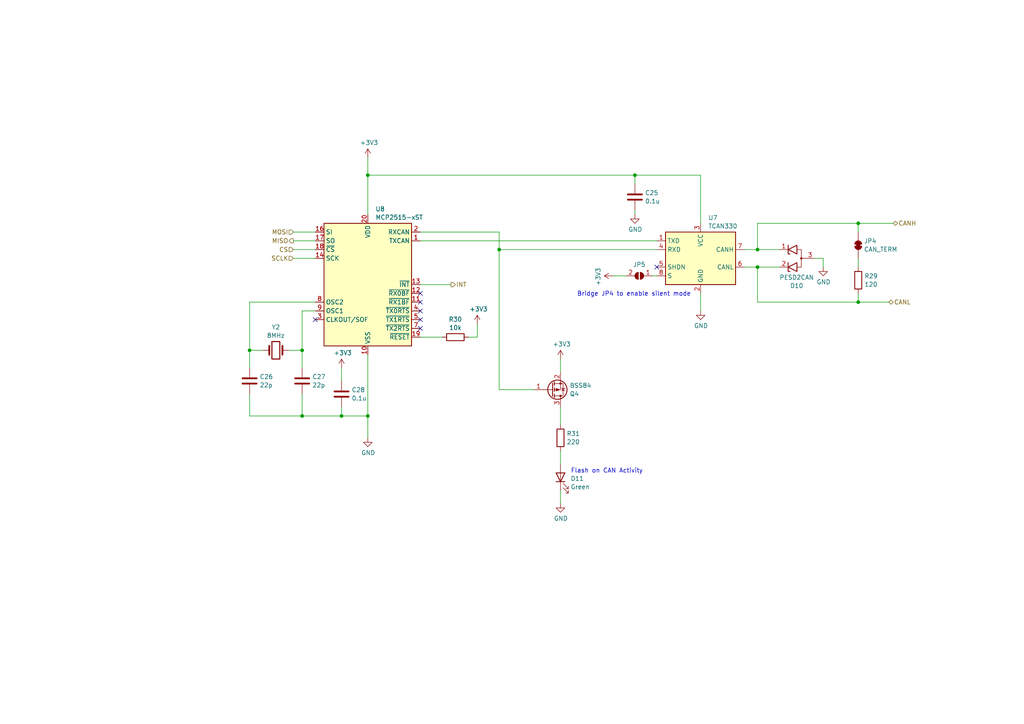
<source format=kicad_sch>
(kicad_sch (version 20231120) (generator "eeschema") (generator_version "8.0")
  (paper "A4")
  (title_block (title "PiDash HAT") (date "2024-04-06") (rev "A") (company "DMS"))
  (lib_symbols
    (symbol "Custom:PESD2CAN" (pin_names hide)
      (property "Reference" "D" (at 0 5.08 0))
      (property "Value" "PESD2CAN" (at 0 -5.08 0))
      (symbol "PESD2CAN_0_1"
        (polyline (pts (xy -2.54 0) (xy -1.27 0)))
        (polyline (pts (xy -1.27 2.54) (xy -1.27 -2.54)))
        (polyline (pts (xy 0 2.54) (xy -1.27 2.54)) (stroke (width 0.1524)))
        (polyline (pts (xy 2.54 3.81) (xy 2.54 1.27) (xy 2.032 1.27)) (stroke (width 0.254)))
        (polyline (pts (xy 0 1.27) (xy 0 3.81) (xy 2.54 2.54) (xy 0 1.27)) (stroke (width 0.254)))
        (pin passive line (at -5.08 0 0) (length 2.54) (name "A") (number "3"))
      )
      (symbol "PESD2CAN_1_1"
        (circle (center -1.27 0) (radius 0.254) (fill (type outline)))
        (polyline (pts (xy 0 -2.54) (xy -1.27 -2.54)) (stroke (width 0.1524)))
        (polyline (pts (xy 2.54 -1.27) (xy 2.54 -3.81) (xy 2.032 -3.81)) (stroke (width 0.254)))
        (polyline (pts (xy 0 -3.81) (xy 0 -1.27) (xy 2.54 -2.54) (xy 0 -3.81)) (stroke (width 0.254)))
        (pin passive line (at 5.08 2.54 180) (length 2.54) (name "K1") (number "1"))
        (pin passive line (at 5.08 -2.54 180) (length 2.54) (name "K2") (number "2"))
      )
    )
    (symbol "Device:C" (pin_numbers hide) (pin_names (offset 0.254))
      (property "Reference" "C" (at 0.635 2.54 0))
      (property "Value" "C" (at 0.635 -2.54 0))
      (symbol "C_0_1"
        (polyline (pts (xy -2.032 -0.762) (xy 2.032 -0.762)) (stroke (width 0.508)))
        (polyline (pts (xy -2.032 0.762) (xy 2.032 0.762)) (stroke (width 0.508)))
      )
      (symbol "C_1_1"
        (pin passive line (at 0 3.81 270) (length 2.794) (name "~") (number "1"))
        (pin passive line (at 0 -3.81 90) (length 2.794) (name "~") (number "2"))
      )
    )
    (symbol "Device:Crystal" (pin_numbers hide) (pin_names (offset 1.016) hide)
      (property "Reference" "Y" (at 0 3.81 0))
      (property "Value" "Crystal" (at 0 -3.81 0))
      (symbol "Crystal_0_1"
        (rectangle (start -1.143 2.54) (end 1.143 -2.54) (stroke (width 0.3048)))
        (polyline (pts (xy -2.54 0) (xy -1.905 0)))
        (polyline (pts (xy -1.905 -1.27) (xy -1.905 1.27)) (stroke (width 0.508)))
        (polyline (pts (xy 1.905 -1.27) (xy 1.905 1.27)) (stroke (width 0.508)))
        (polyline (pts (xy 2.54 0) (xy 1.905 0)))
      )
      (symbol "Crystal_1_1"
        (pin passive line (at -3.81 0 0) (length 1.27) (name "1") (number "1"))
        (pin passive line (at 3.81 0 180) (length 1.27) (name "2") (number "2"))
      )
    )
    (symbol "Device:LED" (pin_numbers hide) (pin_names (offset 1.016) hide)
      (property "Reference" "D" (at 0 2.54 0))
      (property "Value" "LED" (at 0 -2.54 0))
      (symbol "LED_0_1"
        (polyline (pts (xy -1.27 -1.27) (xy -1.27 1.27)) (stroke (width 0.254)))
        (polyline (pts (xy -1.27 0) (xy 1.27 0)))
        (polyline (pts (xy 1.27 -1.27) (xy 1.27 1.27) (xy -1.27 0) (xy 1.27 -1.27)) (stroke (width 0.254)))
        (polyline (pts (xy -3.048 -0.762) (xy -4.572 -2.286) (xy -3.81 -2.286) (xy -4.572 -2.286) (xy -4.572 -1.524)))
        (polyline (pts (xy -1.778 -0.762) (xy -3.302 -2.286) (xy -2.54 -2.286) (xy -3.302 -2.286) (xy -3.302 -1.524)))
      )
      (symbol "LED_1_1"
        (pin passive line (at -3.81 0 0) (length 2.54) (name "K") (number "1"))
        (pin passive line (at 3.81 0 180) (length 2.54) (name "A") (number "2"))
      )
    )
    (symbol "Device:R" (pin_numbers hide) (pin_names (offset 0))
      (property "Reference" "R" (at 2.032 0 90))
      (property "Value" "R" (at 0 0 90))
      (symbol "R_0_1"
        (rectangle (start -1.016 -2.54) (end 1.016 2.54) (stroke (width 0.254)))
      )
      (symbol "R_1_1"
        (pin passive line (at 0 3.81 270) (length 1.27) (name "~") (number "1"))
        (pin passive line (at 0 -3.81 90) (length 1.27) (name "~") (number "2"))
      )
    )
    (symbol "Interface_CAN_LIN:MCP2515-xST"
      (property "Reference" "U" (at -10.16 19.685 0))
      (property "Value" "MCP2515-xST" (at 19.05 20.32 0))
      (symbol "MCP2515-xST_0_1"
        (rectangle (start -12.7 17.78) (end 12.7 -17.78) (stroke (width 0.254)) (fill (type background)))
      )
      (symbol "MCP2515-xST_1_1"
        (pin output line (at 15.24 12.7 180) (length 2.54) (name "TXCAN") (number "1"))
        (pin power_in line (at 0 -20.32 90) (length 2.54) (name "VSS") (number "10"))
        (pin output line (at 15.24 -5.08 180) (length 2.54) (name "~{RX1BF}") (number "11"))
        (pin output line (at 15.24 -2.54 180) (length 2.54) (name "~{RX0BF}") (number "12"))
        (pin output line (at 15.24 0 180) (length 2.54) (name "~{INT}") (number "13"))
        (pin input line (at -15.24 7.62 0) (length 2.54) (name "SCK") (number "14"))
        (pin no_connect line (at -12.7 -2.54 0) (length 2.54) hide (name "NC") (number "15"))
        (pin input line (at -15.24 15.24 0) (length 2.54) (name "SI") (number "16"))
        (pin output line (at -15.24 12.7 0) (length 2.54) (name "SO") (number "17"))
        (pin input line (at -15.24 10.16 0) (length 2.54) (name "~{CS}") (number "18"))
        (pin input line (at 15.24 -15.24 180) (length 2.54) (name "~{RESET}") (number "19"))
        (pin input line (at 15.24 15.24 180) (length 2.54) (name "RXCAN") (number "2"))
        (pin power_in line (at 0 20.32 270) (length 2.54) (name "VDD") (number "20"))
        (pin output line (at -15.24 -10.16 0) (length 2.54) (name "CLKOUT/SOF") (number "3"))
        (pin input line (at 15.24 -7.62 180) (length 2.54) (name "~{TX0RTS}") (number "4"))
        (pin input line (at 15.24 -10.16 180) (length 2.54) (name "~{TX1RTS}") (number "5"))
        (pin no_connect line (at -12.7 0 0) (length 2.54) hide (name "NC") (number "6"))
        (pin input line (at 15.24 -12.7 180) (length 2.54) (name "~{TX2RTS}") (number "7"))
        (pin output line (at -15.24 -5.08 0) (length 2.54) (name "OSC2") (number "8"))
        (pin input line (at -15.24 -7.62 0) (length 2.54) (name "OSC1") (number "9"))
      )
    )
    (symbol "Interface_CAN_LIN:TCAN330"
      (property "Reference" "U" (at -10.16 8.89 0))
      (property "Value" "TCAN330" (at 2.54 8.89 0))
      (symbol "TCAN330_0_1"
        (rectangle (start -10.16 7.62) (end 10.16 -7.62) (stroke (width 0.254)) (fill (type background)))
      )
      (symbol "TCAN330_1_1"
        (pin input line (at -12.7 5.08 0) (length 2.54) (name "TXD") (number "1"))
        (pin power_in line (at 0 -10.16 90) (length 2.54) (name "GND") (number "2"))
        (pin power_in line (at 0 10.16 270) (length 2.54) (name "VCC") (number "3"))
        (pin tri_state line (at -12.7 2.54 0) (length 2.54) (name "RXD") (number "4"))
        (pin input line (at -12.7 -2.54 0) (length 2.54) (name "SHDN") (number "5"))
        (pin bidirectional line (at 12.7 -2.54 180) (length 2.54) (name "CANL") (number "6"))
        (pin bidirectional line (at 12.7 2.54 180) (length 2.54) (name "CANH") (number "7"))
        (pin input line (at -12.7 -5.08 0) (length 2.54) (name "S") (number "8"))
      )
    )
    (symbol "Jumper:SolderJumper_2_Bridged" (pin_numbers hide) (pin_names (offset 0) hide) (exclude_from_sim yes) (in_bom no)
      (property "Reference" "JP" (at 0 2.032 0))
      (property "Value" "SolderJumper_2_Bridged" (at 0 -2.54 0))
      (symbol "SolderJumper_2_Bridged_0_1"
        (rectangle (start -0.508 0.508) (end 0.508 -0.508) (fill (type outline)))
        (arc (start -0.254 1.016) (mid -1.2656 0) (end -0.254 -1.016))
        (arc (start -0.254 1.016) (mid -1.2656 0) (end -0.254 -1.016) (fill (type outline)))
        (polyline (pts (xy -0.254 1.016) (xy -0.254 -1.016)))
        (polyline (pts (xy 0.254 1.016) (xy 0.254 -1.016)))
        (arc (start 0.254 -1.016) (mid 1.2656 0) (end 0.254 1.016))
        (arc (start 0.254 -1.016) (mid 1.2656 0) (end 0.254 1.016) (fill (type outline)))
      )
      (symbol "SolderJumper_2_Bridged_1_1"
        (pin passive line (at -3.81 0 0) (length 2.54) (name "A") (number "1"))
        (pin passive line (at 3.81 0 180) (length 2.54) (name "B") (number "2"))
      )
    )
    (symbol "Jumper:SolderJumper_2_Open" (pin_names (offset 0) hide)
      (property "Reference" "JP" (at 0 2.032 0))
      (property "Value" "SolderJumper_2_Open" (at 0 -2.54 0))
      (symbol "SolderJumper_2_Open_0_1"
        (arc (start -0.254 1.016) (mid -1.2656 0) (end -0.254 -1.016))
        (arc (start -0.254 1.016) (mid -1.2656 0) (end -0.254 -1.016) (fill (type outline)))
        (polyline (pts (xy -0.254 1.016) (xy -0.254 -1.016)))
        (polyline (pts (xy 0.254 1.016) (xy 0.254 -1.016)))
        (arc (start 0.254 -1.016) (mid 1.2656 0) (end 0.254 1.016))
        (arc (start 0.254 -1.016) (mid 1.2656 0) (end 0.254 1.016) (fill (type outline)))
      )
      (symbol "SolderJumper_2_Open_1_1"
        (pin passive line (at -3.81 0 0) (length 2.54) (name "A") (number "1"))
        (pin passive line (at 3.81 0 180) (length 2.54) (name "B") (number "2"))
      )
    )
    (symbol "Transistor_FET:BSS84" (pin_names hide)
      (property "Reference" "Q" (at 5.08 1.905 0))
      (property "Value" "BSS84" (at 5.08 0 0))
      (symbol "BSS84_0_1"
        (polyline (pts (xy 0.254 0) (xy -2.54 0)))
        (polyline (pts (xy 0.254 1.905) (xy 0.254 -1.905)) (stroke (width 0.254)))
        (polyline (pts (xy 0.762 -1.27) (xy 0.762 -2.286)) (stroke (width 0.254)))
        (polyline (pts (xy 0.762 0.508) (xy 0.762 -0.508)) (stroke (width 0.254)))
        (polyline (pts (xy 0.762 2.286) (xy 0.762 1.27)) (stroke (width 0.254)))
        (polyline (pts (xy 2.54 2.54) (xy 2.54 1.778)))
        (polyline (pts (xy 2.54 -2.54) (xy 2.54 0) (xy 0.762 0)))
        (polyline (pts (xy 0.762 1.778) (xy 3.302 1.778) (xy 3.302 -1.778) (xy 0.762 -1.778)))
        (polyline (pts (xy 2.286 0) (xy 1.27 0.381) (xy 1.27 -0.381) (xy 2.286 0)) (fill (type outline)))
        (polyline (pts (xy 2.794 -0.508) (xy 2.921 -0.381) (xy 3.683 -0.381) (xy 3.81 -0.254)))
        (polyline (pts (xy 3.302 -0.381) (xy 2.921 0.254) (xy 3.683 0.254) (xy 3.302 -0.381)))
        (circle (center 1.651 0) (radius 2.794) (stroke (width 0.254)))
        (circle (center 2.54 -1.778) (radius 0.254) (fill (type outline)))
        (circle (center 2.54 1.778) (radius 0.254) (fill (type outline)))
      )
      (symbol "BSS84_1_1"
        (pin input line (at -5.08 0 0) (length 2.54) (name "G") (number "1"))
        (pin passive line (at 2.54 -5.08 90) (length 2.54) (name "S") (number "2"))
        (pin passive line (at 2.54 5.08 270) (length 2.54) (name "D") (number "3"))
      )
    )
    (symbol "power:+3.3V" (power) (pin_names (offset 0))
      (property "Value" "+3.3V" (at 0 3.556 0))
      (symbol "+3.3V_0_1"
        (polyline (pts (xy -0.762 1.27) (xy 0 2.54)))
        (polyline (pts (xy 0 0) (xy 0 2.54)))
        (polyline (pts (xy 0 2.54) (xy 0.762 1.27)))
      )
      (symbol "+3.3V_1_1"
        (pin power_in line (at 0 0 90) (length 0) hide (name "+3V3") (number "1"))
      )
    )
    (symbol "power:GND" (power) (pin_names (offset 0))
      (property "Value" "GND" (at 0 -3.81 0))
      (symbol "GND_0_1"
        (polyline (pts (xy 0 0) (xy 0 -1.27) (xy 1.27 -1.27) (xy 0 -2.54) (xy -1.27 -1.27) (xy 0 -1.27)))
      )
      (symbol "GND_1_1"
        (pin power_in line (at 0 0 270) (length 0) hide (name "GND") (number "1"))
      )
    )
  )
  (junction (at 248.92 87.63))
  (junction (at 87.63 120.65))
  (junction (at 99.06 120.65))
  (junction (at 106.68 50.8))
  (junction (at 248.92 64.77))
  (junction (at 72.39 101.6))
  (junction (at 219.71 72.39))
  (junction (at 219.71 77.47))
  (junction (at 184.15 50.8))
  (junction (at 144.78 72.39))
  (junction (at 87.63 101.6))
  (junction (at 106.68 120.65))
  (no_connect (at 121.92 85.09))
  (no_connect (at 121.92 90.17))
  (no_connect (at 121.92 92.71))
  (no_connect (at 121.92 87.63))
  (no_connect (at 190.5 77.47))
  (no_connect (at 91.44 92.71))
  (no_connect (at 121.92 95.25))
  (wire (pts (xy 144.78 72.39) (xy 144.78 67.31)))
  (wire (pts (xy 83.82 101.6) (xy 87.63 101.6)))
  (wire (pts (xy 121.92 67.31) (xy 144.78 67.31)))
  (wire (pts (xy 85.09 69.85) (xy 91.44 69.85)))
  (wire (pts (xy 87.63 120.65) (xy 87.63 114.3)))
  (wire (pts (xy 85.09 67.31) (xy 91.44 67.31)))
  (wire (pts (xy 236.22 74.93) (xy 238.76 74.93)))
  (wire (pts (xy 99.06 120.65) (xy 99.06 118.11)))
  (wire (pts (xy 162.56 104.14) (xy 162.56 107.95)))
  (wire (pts (xy 203.2 85.09) (xy 203.2 90.17)))
  (wire (pts (xy 138.43 97.79) (xy 135.89 97.79)))
  (wire (pts (xy 106.68 50.8) (xy 106.68 62.23)))
  (wire (pts (xy 72.39 101.6) (xy 76.2 101.6)))
  (wire (pts (xy 87.63 101.6) (xy 87.63 106.68)))
  (wire (pts (xy 87.63 90.17) (xy 87.63 101.6)))
  (wire (pts (xy 99.06 120.65) (xy 106.68 120.65)))
  (wire (pts (xy 106.68 102.87) (xy 106.68 120.65)))
  (wire (pts (xy 72.39 87.63) (xy 91.44 87.63)))
  (wire (pts (xy 219.71 72.39) (xy 219.71 64.77)))
  (wire (pts (xy 154.94 113.03) (xy 144.78 113.03)))
  (wire (pts (xy 138.43 93.98) (xy 138.43 97.79)))
  (wire (pts (xy 248.92 85.09) (xy 248.92 87.63)))
  (wire (pts (xy 162.56 118.11) (xy 162.56 123.19)))
  (wire (pts (xy 91.44 90.17) (xy 87.63 90.17)))
  (wire (pts (xy 121.92 97.79) (xy 128.27 97.79)))
  (wire (pts (xy 238.76 74.93) (xy 238.76 77.47)))
  (wire (pts (xy 184.15 50.8) (xy 184.15 53.34)))
  (wire (pts (xy 121.92 82.55) (xy 130.81 82.55)))
  (wire (pts (xy 219.71 72.39) (xy 226.06 72.39)))
  (wire (pts (xy 162.56 142.24) (xy 162.56 146.05)))
  (wire (pts (xy 203.2 50.8) (xy 203.2 64.77)))
  (wire (pts (xy 99.06 106.68) (xy 99.06 110.49)))
  (wire (pts (xy 189.23 80.01) (xy 190.5 80.01)))
  (wire (pts (xy 121.92 69.85) (xy 190.5 69.85)))
  (wire (pts (xy 219.71 87.63) (xy 248.92 87.63)))
  (wire (pts (xy 248.92 64.77) (xy 259.08 64.77)))
  (wire (pts (xy 144.78 72.39) (xy 190.5 72.39)))
  (wire (pts (xy 219.71 77.47) (xy 226.06 77.47)))
  (wire (pts (xy 184.15 50.8) (xy 203.2 50.8)))
  (wire (pts (xy 87.63 120.65) (xy 99.06 120.65)))
  (wire (pts (xy 248.92 74.93) (xy 248.92 77.47)))
  (wire (pts (xy 177.8 80.01) (xy 181.61 80.01)))
  (wire (pts (xy 219.71 77.47) (xy 219.71 87.63)))
  (wire (pts (xy 106.68 50.8) (xy 184.15 50.8)))
  (wire (pts (xy 144.78 113.03) (xy 144.78 72.39)))
  (wire (pts (xy 72.39 114.3) (xy 72.39 120.65)))
  (wire (pts (xy 162.56 130.81) (xy 162.56 134.62)))
  (wire (pts (xy 215.9 72.39) (xy 219.71 72.39)))
  (wire (pts (xy 72.39 106.68) (xy 72.39 101.6)))
  (wire (pts (xy 248.92 87.63) (xy 257.81 87.63)))
  (wire (pts (xy 72.39 120.65) (xy 87.63 120.65)))
  (wire (pts (xy 72.39 101.6) (xy 72.39 87.63)))
  (wire (pts (xy 184.15 60.96) (xy 184.15 62.23)))
  (wire (pts (xy 248.92 64.77) (xy 248.92 67.31)))
  (wire (pts (xy 85.09 72.39) (xy 91.44 72.39)))
  (wire (pts (xy 219.71 64.77) (xy 248.92 64.77)))
  (wire (pts (xy 106.68 45.72) (xy 106.68 50.8)))
  (wire (pts (xy 106.68 120.65) (xy 106.68 127)))
  (wire (pts (xy 85.09 74.93) (xy 91.44 74.93)))
  (wire (pts (xy 215.9 77.47) (xy 219.71 77.47)))
  (text "Flash on CAN Activity" (at 176.022 136.652 0) (effects (font (size 1.27 1.27))))
  (text "Bridge JP4 to enable silent mode" (at 183.896 85.344 0) (effects (font (size 1.27 1.27))))
  (hierarchical_label "MOSI" (shape input) (at 85.09 67.31 180))
  (hierarchical_label "INT" (shape output) (at 130.81 82.55 0))
  (hierarchical_label "CANH" (shape bidirectional) (at 259.08 64.77 0))
  (hierarchical_label "CANL" (shape bidirectional) (at 257.81 87.63 0))
  (hierarchical_label "SCLK" (shape input) (at 85.09 74.93 180))
  (hierarchical_label "CS" (shape input) (at 85.09 72.39 180))
  (hierarchical_label "MISO" (shape output) (at 85.09 69.85 180))
  (symbol (lib_id "Interface_CAN_LIN:MCP2515-xST") (at 106.68 82.55 0) (unit 1)
    (property "Reference" "U8" (at 108.8741 60.6255 0) (effects (justify left)))
    (property "Value" "MCP2515-xST" (at 108.8741 63.0498 0) (effects (justify left)))
    (property "Footprint" "Package_DFN_QFN:QFN-20-1EP_4x4mm_P0.5mm_EP2.7x2.7mm" (effects (hide yes)))
    (property "Datasheet" "http://ww1.microchip.com/downloads/en/DeviceDoc/21801e.pdf" (effects (hide yes)))
    (property "Description" "Stand-Alone CAN Controller with SPI Interface, TSSOP-20" (effects (hide yes)))
    (property "Mfg Part Number" "MCP2515-I/ML" (effects (hide yes)))
  )
  (symbol (lib_id "power:+3.3V") (at 138.43 93.98 0) (unit 1)
    (property "Reference" "#PWR036" (effects (hide yes)))
    (property "Value" "+3V3" (at 138.7983 89.6556 0))
  )
  (symbol (lib_id "Device:C") (at 184.15 57.15 0) (unit 1)
    (property "Reference" "C25" (at 187.071 55.9378 0) (effects (justify left)))
    (property "Value" "0.1u" (at 187.071 58.3621 0) (effects (justify left)))
    (property "Footprint" "Capacitor_SMD:C_0603_1608Metric" (effects (hide yes)))
    (property "Description" "Unpolarized capacitor" (effects (hide yes)))
    (property "Mfg Part Number" "CGA3E2X8R1E104K080AA" (effects (hide yes)))
  )
  (symbol (lib_id "Device:R") (at 162.56 127 0) (unit 1)
    (property "Reference" "R31" (at 164.338 125.7878 0) (effects (justify left)))
    (property "Value" "220" (at 164.338 128.2121 0) (effects (justify left)))
    (property "Footprint" "Resistor_SMD:R_0603_1608Metric" (effects (hide yes)))
    (property "Description" "Resistor" (effects (hide yes)))
  )
  (symbol (lib_id "power:GND") (at 184.15 62.23 0) (unit 1)
    (property "Reference" "#PWR032" (effects (hide yes)))
    (property "Value" "GND" (at 184.2643 66.5544 0))
  )
  (symbol (lib_id "Device:R") (at 248.92 81.28 0) (unit 1)
    (property "Reference" "R29" (at 250.698 80.0678 0) (effects (justify left)))
    (property "Value" "120" (at 250.698 82.4921 0) (effects (justify left)))
    (property "Footprint" "Resistor_SMD:R_0603_1608Metric" (effects (hide yes)))
    (property "Description" "Resistor" (effects (hide yes)))
  )
  (symbol (lib_id "Device:LED") (at 162.56 138.43 90) (unit 1)
    (property "Reference" "D11" (at 165.481 138.8053 90) (effects (justify right)))
    (property "Value" "Green" (at 165.481 141.2296 90) (effects (justify right)))
    (property "Footprint" "LED_SMD:LED_0603_1608Metric" (effects (hide yes)))
    (property "Description" "Light emitting diode" (effects (hide yes)))
    (property "Mfg Part Number" " HSMG-C190" (effects (hide yes)))
  )
  (symbol (lib_id "Device:C") (at 99.06 114.3 0) (unit 1)
    (property "Reference" "C28" (at 101.981 113.0878 0) (effects (justify left)))
    (property "Value" "0.1u" (at 101.981 115.5121 0) (effects (justify left)))
    (property "Footprint" "Capacitor_SMD:C_0603_1608Metric" (effects (hide yes)))
    (property "Description" "Unpolarized capacitor" (effects (hide yes)))
    (property "Mfg Part Number" "CGA3E2X8R1E104K080AA" (effects (hide yes)))
  )
  (symbol (lib_id "Jumper:SolderJumper_2_Bridged") (at 248.92 71.12 90) (unit 1) (exclude_from_sim yes) (in_bom no)
    (property "Reference" "JP4" (at 250.571 69.9078 90) (effects (justify right)))
    (property "Value" "CAN_TERM" (at 250.571 72.3321 90) (effects (justify right)))
    (property "Footprint" "Jumper:SolderJumper-2_P1.3mm_Bridged_RoundedPad1.0x1.5mm" (effects (hide yes)))
    (property "Description" "Solder Jumper, 2-pole, closed/bridged" (effects (hide yes)))
    (property "Mfg Part Number" "--" (effects (hide yes)))
  )
  (symbol (lib_id "Device:Crystal") (at 80.01 101.6 0) (unit 1)
    (property "Reference" "Y2" (at 80.01 94.8901 0))
    (property "Value" "8MHz" (at 80.01 97.3144 0))
    (property "Footprint" "Crystal:Crystal_SMD_3225-4Pin_3.2x2.5mm" (effects (hide yes)))
    (property "Description" "Two pin crystal" (effects (hide yes)))
    (property "Mfg Part Number" "FL0800008Q" (effects (hide yes)))
  )
  (symbol (lib_id "Jumper:SolderJumper_2_Open") (at 185.42 80.01 180) (unit 1)
    (property "Reference" "JP5" (at 185.42 76.727 0))
    (property "Value" "CAN_SILENT" (effects (hide yes)))
    (property "Footprint" "Jumper:SolderJumper-2_P1.3mm_Open_RoundedPad1.0x1.5mm" (effects (hide yes)))
    (property "Mfg Part Number" "--" (effects (hide yes)))
  )
  (symbol (lib_id "power:+3.3V") (at 106.68 45.72 0) (unit 1)
    (property "Reference" "#PWR031" (effects (hide yes)))
    (property "Value" "+3V3" (at 107.0483 41.3956 0))
  )
  (symbol (lib_id "Device:C") (at 72.39 110.49 0) (unit 1)
    (property "Reference" "C26" (at 75.311 109.2778 0) (effects (justify left)))
    (property "Value" "22p" (at 75.311 111.7021 0) (effects (justify left)))
    (property "Footprint" "Capacitor_SMD:C_0603_1608Metric" (effects (hide yes)))
    (property "Description" "Unpolarized capacitor" (effects (hide yes)))
    (property "Mfg Part Number" "VJ0603A220KXAAC" (effects (hide yes)))
  )
  (symbol (lib_id "Custom:PESD2CAN") (at 231.14 74.93 0) (mirror y) (unit 1)
    (property "Reference" "D10" (at 231.0765 82.8845 0))
    (property "Value" "PESD2CAN" (at 231.0765 80.4602 0))
    (property "Footprint" "Package_TO_SOT_SMD:SOT-23" (effects (hide yes)))
    (property "Description" "Low capacitance unidirectional dual ESD protection diode, SC-75" (effects (hide yes)))
    (property "Mfg Part Number" "PESD2CANFD36VT-QR" (effects (hide yes)))
  )
  (symbol (lib_id "Interface_CAN_LIN:TCAN330") (at 203.2 74.93 0) (unit 1)
    (property "Reference" "U7" (at 205.3941 63.1655 0) (effects (justify left)))
    (property "Value" "TCAN330" (at 205.3941 65.5898 0) (effects (justify left)))
    (property "Footprint" "Package_TO_SOT_SMD:SOT-23-8" (effects (hide yes)))
    (property "Datasheet" "http://www.ti.com/lit/ds/symlink/tcan337.pdf" (effects (hide yes)))
    (property "Description" "High-Speed CAN Transceiver, 1Mbps, 3.3V supply, silent mode, shutdown mode, SOT-23-8/SOIC-8" (effects (hide yes)))
    (property "Mfg Part Number" "TCAN330DCNR" (effects (hide yes)))
  )
  (symbol (lib_id "Transistor_FET:BSS84") (at 160.02 113.03 0) (mirror x) (unit 1)
    (property "Reference" "Q4" (at 165.227 114.2422 0) (effects (justify left)))
    (property "Value" "BSS84" (at 165.227 111.8179 0) (effects (justify left)))
    (property "Footprint" "Package_TO_SOT_SMD:SOT-23" (effects (hide yes)))
    (property "Datasheet" "http://assets.nexperia.com/documents/data-sheet/BSS84.pdf" (effects (hide yes)))
    (property "Description" "-0.13A Id, -50V Vds, P-Channel MOSFET, SOT-23" (effects (hide yes)))
    (property "Mfg Part Number" "BSS84" (effects (hide yes)))
  )
  (symbol (lib_id "power:GND") (at 238.76 77.47 0) (unit 1)
    (property "Reference" "#PWR033" (effects (hide yes)))
    (property "Value" "GND" (at 238.8743 81.7944 0))
  )
  (symbol (lib_id "Device:C") (at 87.63 110.49 0) (unit 1)
    (property "Reference" "C27" (at 90.551 109.2778 0) (effects (justify left)))
    (property "Value" "22p" (at 90.551 111.7021 0) (effects (justify left)))
    (property "Footprint" "Capacitor_SMD:C_0603_1608Metric" (effects (hide yes)))
    (property "Description" "Unpolarized capacitor" (effects (hide yes)))
    (property "Mfg Part Number" "VJ0603A220KXAAC" (effects (hide yes)))
  )
  (symbol (lib_id "power:GND") (at 106.68 127 0) (unit 1)
    (property "Reference" "#PWR039" (effects (hide yes)))
    (property "Value" "GND" (at 106.7943 131.3244 0))
  )
  (symbol (lib_id "power:GND") (at 162.56 146.05 0) (unit 1)
    (property "Reference" "#PWR040" (effects (hide yes)))
    (property "Value" "GND" (at 162.6743 150.3744 0))
  )
  (symbol (lib_id "power:GND") (at 203.2 90.17 0) (unit 1)
    (property "Reference" "#PWR035" (effects (hide yes)))
    (property "Value" "GND" (at 203.3143 94.4944 0))
  )
  (symbol (lib_id "power:+3.3V") (at 162.56 104.14 0) (unit 1)
    (property "Reference" "#PWR037" (effects (hide yes)))
    (property "Value" "+3V3" (at 162.9283 99.8156 0))
  )
  (symbol (lib_id "power:+3.3V") (at 177.8 80.01 90) (unit 1)
    (property "Reference" "#PWR034" (effects (hide yes)))
    (property "Value" "+3V3" (at 173.482 80.264 0))
  )
  (symbol (lib_id "power:+3.3V") (at 99.06 106.68 0) (unit 1)
    (property "Reference" "#PWR038" (effects (hide yes)))
    (property "Value" "+3V3" (at 99.4283 102.3556 0))
  )
  (symbol (lib_id "Device:R") (at 132.08 97.79 90) (unit 1)
    (property "Reference" "R30" (at 132.08 92.6295 90))
    (property "Value" "10k" (at 132.08 95.0538 90))
    (property "Footprint" "Resistor_SMD:R_0603_1608Metric" (effects (hide yes)))
    (property "Description" "Resistor" (effects (hide yes)))
  )
)
</source>
